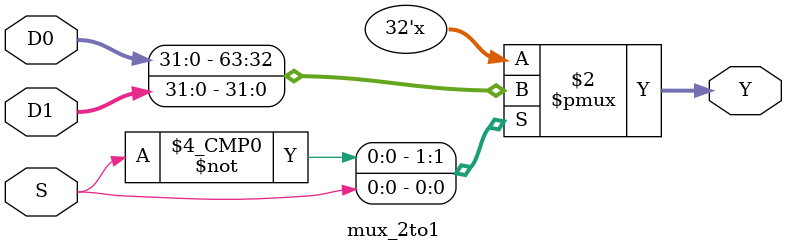
<source format=v>

module mux_4to1 (output reg [31:0] Y, input [1:0] S,
		 input [31:0] D0, input [31:0] D1, input [31:0] D2, input [31:0] D3);

always @ (S,D0,D1,D2,D3)

case (S)

2'b00:   Y = D0;
2'b01:   Y = D1;
2'b10:   Y = D2;
2'b11:   Y = D3;

endcase

endmodule

//Multiplexer 32 bits 2 to 1

module mux_2to1 (output reg [31:0] Y, input S,
		 input [31:0] D0, input [31:0] D1);

always @ (S,D0,D1)

case (S)

1'b0:   Y = D0;
1'b1:   Y = D1;

endcase

endmodule

</source>
